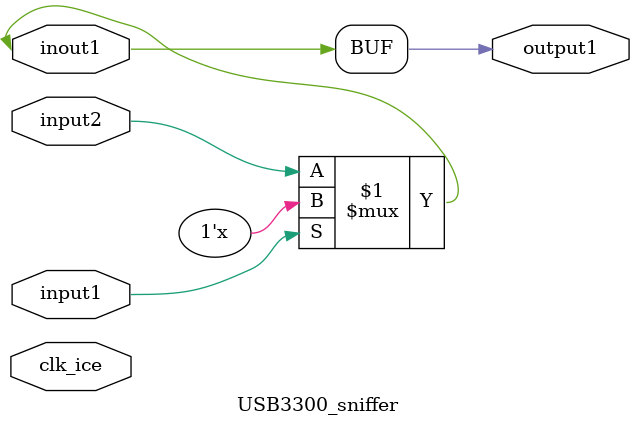
<source format=v>
`default_nettype none

 module USB3300_sniffer (
                         // System signals
                         input  wire clk_ice,        // 12MHz clock located in the ICEstick board

                         // Test signals
                         input  wire input1,
                         input  wire input2,
                         output wire output1,
                         inout  wire inout1
                        );

    // Yosys is warning "Warning: Yosys has only limited support for tri-state logic at the moment."
    // After doing this test that simulates the same scenario that in the real project, everything works as expected.

    assign inout1 = (input1) ? 1'bz : input2;

    assign output1 = inout1;

endmodule
</source>
